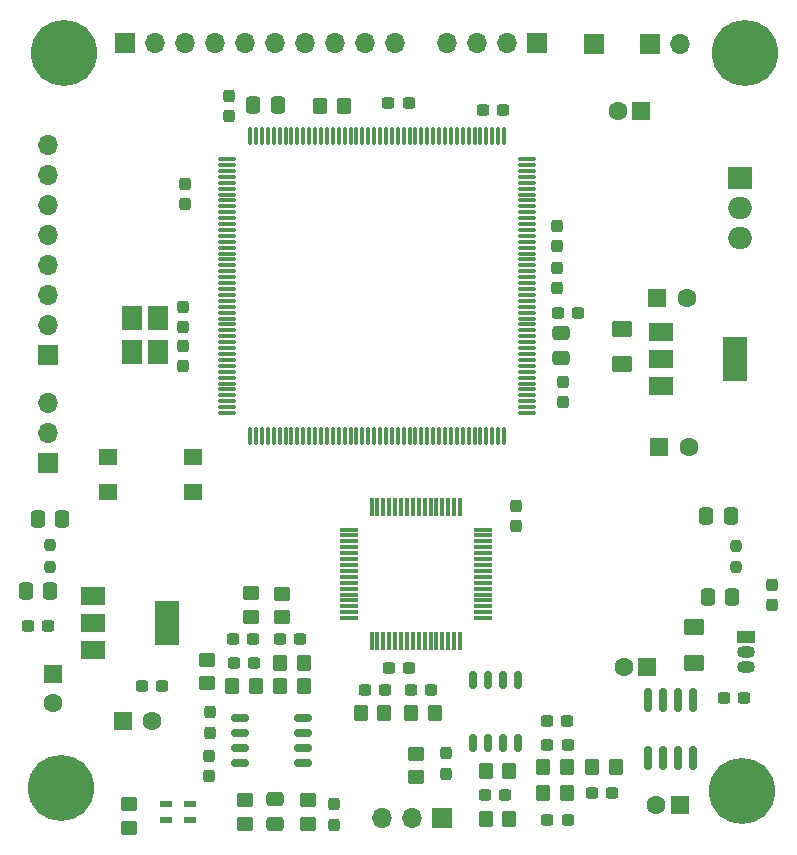
<source format=gbr>
%TF.GenerationSoftware,KiCad,Pcbnew,7.0.2*%
%TF.CreationDate,2023-11-01T23:53:07+01:00*%
%TF.ProjectId,stm_audio_board_V2,73746d5f-6175-4646-996f-5f626f617264,rev?*%
%TF.SameCoordinates,Original*%
%TF.FileFunction,Soldermask,Top*%
%TF.FilePolarity,Negative*%
%FSLAX46Y46*%
G04 Gerber Fmt 4.6, Leading zero omitted, Abs format (unit mm)*
G04 Created by KiCad (PCBNEW 7.0.2) date 2023-11-01 23:53:07*
%MOMM*%
%LPD*%
G01*
G04 APERTURE LIST*
G04 Aperture macros list*
%AMRoundRect*
0 Rectangle with rounded corners*
0 $1 Rounding radius*
0 $2 $3 $4 $5 $6 $7 $8 $9 X,Y pos of 4 corners*
0 Add a 4 corners polygon primitive as box body*
4,1,4,$2,$3,$4,$5,$6,$7,$8,$9,$2,$3,0*
0 Add four circle primitives for the rounded corners*
1,1,$1+$1,$2,$3*
1,1,$1+$1,$4,$5*
1,1,$1+$1,$6,$7*
1,1,$1+$1,$8,$9*
0 Add four rect primitives between the rounded corners*
20,1,$1+$1,$2,$3,$4,$5,0*
20,1,$1+$1,$4,$5,$6,$7,0*
20,1,$1+$1,$6,$7,$8,$9,0*
20,1,$1+$1,$8,$9,$2,$3,0*%
G04 Aperture macros list end*
%ADD10R,1.725000X2.100000*%
%ADD11RoundRect,0.237500X0.300000X0.237500X-0.300000X0.237500X-0.300000X-0.237500X0.300000X-0.237500X0*%
%ADD12RoundRect,0.250000X-0.350000X-0.450000X0.350000X-0.450000X0.350000X0.450000X-0.350000X0.450000X0*%
%ADD13RoundRect,0.237500X0.237500X-0.300000X0.237500X0.300000X-0.237500X0.300000X-0.237500X-0.300000X0*%
%ADD14RoundRect,0.237500X-0.237500X0.300000X-0.237500X-0.300000X0.237500X-0.300000X0.237500X0.300000X0*%
%ADD15C,5.600000*%
%ADD16R,2.000000X1.905000*%
%ADD17O,2.000000X1.905000*%
%ADD18RoundRect,0.250000X0.337500X0.475000X-0.337500X0.475000X-0.337500X-0.475000X0.337500X-0.475000X0*%
%ADD19R,1.500000X1.050000*%
%ADD20O,1.500000X1.050000*%
%ADD21RoundRect,0.150000X0.625000X0.150000X-0.625000X0.150000X-0.625000X-0.150000X0.625000X-0.150000X0*%
%ADD22RoundRect,0.150000X-0.150000X0.625000X-0.150000X-0.625000X0.150000X-0.625000X0.150000X0.625000X0*%
%ADD23RoundRect,0.250001X-0.624999X0.462499X-0.624999X-0.462499X0.624999X-0.462499X0.624999X0.462499X0*%
%ADD24RoundRect,0.237500X-0.300000X-0.237500X0.300000X-0.237500X0.300000X0.237500X-0.300000X0.237500X0*%
%ADD25R,1.700000X1.700000*%
%ADD26RoundRect,0.075000X-0.675000X-0.075000X0.675000X-0.075000X0.675000X0.075000X-0.675000X0.075000X0*%
%ADD27RoundRect,0.075000X-0.075000X-0.675000X0.075000X-0.675000X0.075000X0.675000X-0.075000X0.675000X0*%
%ADD28O,1.700000X1.700000*%
%ADD29RoundRect,0.250000X0.450000X-0.350000X0.450000X0.350000X-0.450000X0.350000X-0.450000X-0.350000X0*%
%ADD30RoundRect,0.250000X-0.450000X0.350000X-0.450000X-0.350000X0.450000X-0.350000X0.450000X0.350000X0*%
%ADD31RoundRect,0.237500X-0.237500X0.250000X-0.237500X-0.250000X0.237500X-0.250000X0.237500X0.250000X0*%
%ADD32RoundRect,0.250000X0.350000X0.450000X-0.350000X0.450000X-0.350000X-0.450000X0.350000X-0.450000X0*%
%ADD33R,1.000000X0.600000*%
%ADD34R,1.600000X1.400000*%
%ADD35RoundRect,0.150000X-0.150000X0.825000X-0.150000X-0.825000X0.150000X-0.825000X0.150000X0.825000X0*%
%ADD36RoundRect,0.075000X0.700000X0.075000X-0.700000X0.075000X-0.700000X-0.075000X0.700000X-0.075000X0*%
%ADD37RoundRect,0.075000X0.075000X0.700000X-0.075000X0.700000X-0.075000X-0.700000X0.075000X-0.700000X0*%
%ADD38RoundRect,0.250000X0.475000X-0.337500X0.475000X0.337500X-0.475000X0.337500X-0.475000X-0.337500X0*%
%ADD39R,2.000000X1.500000*%
%ADD40R,2.000000X3.800000*%
%ADD41RoundRect,0.250000X-0.475000X0.337500X-0.475000X-0.337500X0.475000X-0.337500X0.475000X0.337500X0*%
%ADD42R,1.600000X1.600000*%
%ADD43C,1.600000*%
G04 APERTURE END LIST*
D10*
%TO.C,Y2*%
X193405000Y-72284000D03*
X193405000Y-75184000D03*
X195580000Y-75184000D03*
X195580000Y-72284000D03*
%TD*%
D11*
%TO.C,C39*%
X203714346Y-101487000D03*
X201989346Y-101487000D03*
%TD*%
%TO.C,C8*%
X224819500Y-54687000D03*
X223094500Y-54687000D03*
%TD*%
D12*
%TO.C,R14*%
X205931000Y-103457000D03*
X207931000Y-103457000D03*
%TD*%
D13*
%TO.C,C18*%
X219953000Y-110885500D03*
X219953000Y-109160500D03*
%TD*%
D14*
%TO.C,C38*%
X199959568Y-105676500D03*
X199959568Y-107401500D03*
%TD*%
D15*
%TO.C,H2*%
X245003000Y-112333000D03*
%TD*%
D13*
%TO.C,C35*%
X197859000Y-62687500D03*
X197859000Y-60962500D03*
%TD*%
D14*
%TO.C,C43*%
X210495000Y-113462500D03*
X210495000Y-115187500D03*
%TD*%
D16*
%TO.C,U3*%
X244877000Y-60471000D03*
D17*
X244877000Y-63011000D03*
X244877000Y-65551000D03*
%TD*%
D11*
%TO.C,C20*%
X230247500Y-108421000D03*
X228522500Y-108421000D03*
%TD*%
D18*
%TO.C,C69*%
X244058500Y-89057000D03*
X241983500Y-89057000D03*
%TD*%
D11*
%TO.C,C23*%
X207593500Y-99455000D03*
X205868500Y-99455000D03*
%TD*%
D12*
%TO.C,R4*%
X232353000Y-110313000D03*
X234353000Y-110313000D03*
%TD*%
D19*
%TO.C,U6*%
X245325000Y-99275000D03*
D20*
X245325000Y-100545000D03*
X245325000Y-101815000D03*
%TD*%
D13*
%TO.C,C81*%
X225843000Y-89913500D03*
X225843000Y-88188500D03*
%TD*%
D21*
%TO.C,U2*%
X207822000Y-109986000D03*
X207822000Y-108716000D03*
X207822000Y-107446000D03*
X207822000Y-106176000D03*
X202472000Y-106176000D03*
X202472000Y-107446000D03*
X202472000Y-108716000D03*
X202472000Y-109986000D03*
%TD*%
D14*
%TO.C,C58*%
X229355000Y-68074500D03*
X229355000Y-69799500D03*
%TD*%
D22*
%TO.C,U4*%
X226018000Y-102934000D03*
X224748000Y-102934000D03*
X223478000Y-102934000D03*
X222208000Y-102934000D03*
X222208000Y-108284000D03*
X223478000Y-108284000D03*
X224748000Y-108284000D03*
X226018000Y-108284000D03*
%TD*%
D23*
%TO.C,D5*%
X234875000Y-73208500D03*
X234875000Y-76183500D03*
%TD*%
D11*
%TO.C,C27*%
X186259500Y-98365000D03*
X184534500Y-98365000D03*
%TD*%
D24*
%TO.C,C30*%
X194186500Y-103475000D03*
X195911500Y-103475000D03*
%TD*%
D11*
%TO.C,C22*%
X203648654Y-99455000D03*
X201923654Y-99455000D03*
%TD*%
D25*
%TO.C,J4*%
X232457000Y-49069000D03*
%TD*%
D13*
%TO.C,C48*%
X247555000Y-96629976D03*
X247555000Y-94904976D03*
%TD*%
D26*
%TO.C,U1*%
X201447000Y-58846000D03*
X201447000Y-59346000D03*
X201447000Y-59846000D03*
X201447000Y-60346000D03*
X201447000Y-60846000D03*
X201447000Y-61346000D03*
X201447000Y-61846000D03*
X201447000Y-62346000D03*
X201447000Y-62846000D03*
X201447000Y-63346000D03*
X201447000Y-63846000D03*
X201447000Y-64346000D03*
X201447000Y-64846000D03*
X201447000Y-65346000D03*
X201447000Y-65846000D03*
X201447000Y-66346000D03*
X201447000Y-66846000D03*
X201447000Y-67346000D03*
X201447000Y-67846000D03*
X201447000Y-68346000D03*
X201447000Y-68846000D03*
X201447000Y-69346000D03*
X201447000Y-69846000D03*
X201447000Y-70346000D03*
X201447000Y-70846000D03*
X201447000Y-71346000D03*
X201447000Y-71846000D03*
X201447000Y-72346000D03*
X201447000Y-72846000D03*
X201447000Y-73346000D03*
X201447000Y-73846000D03*
X201447000Y-74346000D03*
X201447000Y-74846000D03*
X201447000Y-75346000D03*
X201447000Y-75846000D03*
X201447000Y-76346000D03*
X201447000Y-76846000D03*
X201447000Y-77346000D03*
X201447000Y-77846000D03*
X201447000Y-78346000D03*
X201447000Y-78846000D03*
X201447000Y-79346000D03*
X201447000Y-79846000D03*
X201447000Y-80346000D03*
D27*
X203372000Y-82271000D03*
X203872000Y-82271000D03*
X204372000Y-82271000D03*
X204872000Y-82271000D03*
X205372000Y-82271000D03*
X205872000Y-82271000D03*
X206372000Y-82271000D03*
X206872000Y-82271000D03*
X207372000Y-82271000D03*
X207872000Y-82271000D03*
X208372000Y-82271000D03*
X208872000Y-82271000D03*
X209372000Y-82271000D03*
X209872000Y-82271000D03*
X210372000Y-82271000D03*
X210872000Y-82271000D03*
X211372000Y-82271000D03*
X211872000Y-82271000D03*
X212372000Y-82271000D03*
X212872000Y-82271000D03*
X213372000Y-82271000D03*
X213872000Y-82271000D03*
X214372000Y-82271000D03*
X214872000Y-82271000D03*
X215372000Y-82271000D03*
X215872000Y-82271000D03*
X216372000Y-82271000D03*
X216872000Y-82271000D03*
X217372000Y-82271000D03*
X217872000Y-82271000D03*
X218372000Y-82271000D03*
X218872000Y-82271000D03*
X219372000Y-82271000D03*
X219872000Y-82271000D03*
X220372000Y-82271000D03*
X220872000Y-82271000D03*
X221372000Y-82271000D03*
X221872000Y-82271000D03*
X222372000Y-82271000D03*
X222872000Y-82271000D03*
X223372000Y-82271000D03*
X223872000Y-82271000D03*
X224372000Y-82271000D03*
X224872000Y-82271000D03*
D26*
X226797000Y-80346000D03*
X226797000Y-79846000D03*
X226797000Y-79346000D03*
X226797000Y-78846000D03*
X226797000Y-78346000D03*
X226797000Y-77846000D03*
X226797000Y-77346000D03*
X226797000Y-76846000D03*
X226797000Y-76346000D03*
X226797000Y-75846000D03*
X226797000Y-75346000D03*
X226797000Y-74846000D03*
X226797000Y-74346000D03*
X226797000Y-73846000D03*
X226797000Y-73346000D03*
X226797000Y-72846000D03*
X226797000Y-72346000D03*
X226797000Y-71846000D03*
X226797000Y-71346000D03*
X226797000Y-70846000D03*
X226797000Y-70346000D03*
X226797000Y-69846000D03*
X226797000Y-69346000D03*
X226797000Y-68846000D03*
X226797000Y-68346000D03*
X226797000Y-67846000D03*
X226797000Y-67346000D03*
X226797000Y-66846000D03*
X226797000Y-66346000D03*
X226797000Y-65846000D03*
X226797000Y-65346000D03*
X226797000Y-64846000D03*
X226797000Y-64346000D03*
X226797000Y-63846000D03*
X226797000Y-63346000D03*
X226797000Y-62846000D03*
X226797000Y-62346000D03*
X226797000Y-61846000D03*
X226797000Y-61346000D03*
X226797000Y-60846000D03*
X226797000Y-60346000D03*
X226797000Y-59846000D03*
X226797000Y-59346000D03*
X226797000Y-58846000D03*
D27*
X224872000Y-56921000D03*
X224372000Y-56921000D03*
X223872000Y-56921000D03*
X223372000Y-56921000D03*
X222872000Y-56921000D03*
X222372000Y-56921000D03*
X221872000Y-56921000D03*
X221372000Y-56921000D03*
X220872000Y-56921000D03*
X220372000Y-56921000D03*
X219872000Y-56921000D03*
X219372000Y-56921000D03*
X218872000Y-56921000D03*
X218372000Y-56921000D03*
X217872000Y-56921000D03*
X217372000Y-56921000D03*
X216872000Y-56921000D03*
X216372000Y-56921000D03*
X215872000Y-56921000D03*
X215372000Y-56921000D03*
X214872000Y-56921000D03*
X214372000Y-56921000D03*
X213872000Y-56921000D03*
X213372000Y-56921000D03*
X212872000Y-56921000D03*
X212372000Y-56921000D03*
X211872000Y-56921000D03*
X211372000Y-56921000D03*
X210872000Y-56921000D03*
X210372000Y-56921000D03*
X209872000Y-56921000D03*
X209372000Y-56921000D03*
X208872000Y-56921000D03*
X208372000Y-56921000D03*
X207872000Y-56921000D03*
X207372000Y-56921000D03*
X206872000Y-56921000D03*
X206372000Y-56921000D03*
X205872000Y-56921000D03*
X205372000Y-56921000D03*
X204872000Y-56921000D03*
X204372000Y-56921000D03*
X203872000Y-56921000D03*
X203372000Y-56921000D03*
%TD*%
D25*
%TO.C,J5*%
X192739000Y-48975000D03*
D28*
X195279000Y-48975000D03*
X197819000Y-48975000D03*
X200359000Y-48975000D03*
X202899000Y-48975000D03*
X205439000Y-48975000D03*
X207979000Y-48975000D03*
X210519000Y-48975000D03*
X213059000Y-48975000D03*
X215599000Y-48975000D03*
%TD*%
D13*
%TO.C,C31*%
X197677000Y-73093500D03*
X197677000Y-71368500D03*
%TD*%
D23*
%TO.C,D3*%
X240937000Y-98493500D03*
X240937000Y-101468500D03*
%TD*%
D14*
%TO.C,C37*%
X197677000Y-74677834D03*
X197677000Y-76402834D03*
%TD*%
D13*
%TO.C,C78*%
X229863000Y-79451500D03*
X229863000Y-77726500D03*
%TD*%
%TO.C,C89*%
X199913000Y-111091500D03*
X199913000Y-109366500D03*
%TD*%
D12*
%TO.C,R1*%
X209328000Y-54356000D03*
X211328000Y-54356000D03*
%TD*%
D29*
%TO.C,R17*%
X202911284Y-115125000D03*
X202911284Y-113125000D03*
%TD*%
D15*
%TO.C,H4*%
X187599000Y-49887000D03*
%TD*%
D12*
%TO.C,R8*%
X217007000Y-105741000D03*
X219007000Y-105741000D03*
%TD*%
D30*
%TO.C,R27*%
X206031000Y-95641580D03*
X206031000Y-97641580D03*
%TD*%
D12*
%TO.C,R32*%
X205931000Y-101521000D03*
X207931000Y-101521000D03*
%TD*%
%TO.C,R5*%
X228185000Y-110351000D03*
X230185000Y-110351000D03*
%TD*%
D24*
%TO.C,C60*%
X229412500Y-71845000D03*
X231137500Y-71845000D03*
%TD*%
D29*
%TO.C,R18*%
X208254142Y-115125000D03*
X208254142Y-113125000D03*
%TD*%
D11*
%TO.C,C19*%
X230247500Y-114819000D03*
X228522500Y-114819000D03*
%TD*%
D31*
%TO.C,FB4*%
X186442000Y-91550500D03*
X186442000Y-93375500D03*
%TD*%
D11*
%TO.C,C73*%
X234015500Y-112533000D03*
X232290500Y-112533000D03*
%TD*%
D15*
%TO.C,H3*%
X245278000Y-49887000D03*
%TD*%
D32*
%TO.C,R7*%
X225315000Y-110663000D03*
X223315000Y-110663000D03*
%TD*%
D33*
%TO.C,D7*%
X196258000Y-113487000D03*
X196258000Y-114787000D03*
X198258000Y-114787000D03*
X198258000Y-113487000D03*
%TD*%
D29*
%TO.C,R31*%
X199739568Y-103213846D03*
X199739568Y-101213846D03*
%TD*%
D11*
%TO.C,C24*%
X218697500Y-103759000D03*
X216972500Y-103759000D03*
%TD*%
D30*
%TO.C,R11*%
X217391000Y-109175000D03*
X217391000Y-111175000D03*
%TD*%
D14*
%TO.C,C3*%
X229355000Y-64518500D03*
X229355000Y-66243500D03*
%TD*%
D24*
%TO.C,C21*%
X223252500Y-112709000D03*
X224977500Y-112709000D03*
%TD*%
D34*
%TO.C,SW1*%
X191369000Y-84063000D03*
X198569000Y-84063000D03*
X191369000Y-87063000D03*
X198569000Y-87063000D03*
%TD*%
D15*
%TO.C,H1*%
X187324000Y-112058000D03*
%TD*%
D18*
%TO.C,C104*%
X187479500Y-89325000D03*
X185404500Y-89325000D03*
%TD*%
D13*
%TO.C,C12*%
X201605000Y-55223500D03*
X201605000Y-53498500D03*
%TD*%
D25*
%TO.C,J6*%
X186229000Y-84563000D03*
D28*
X186229000Y-82023000D03*
X186229000Y-79483000D03*
%TD*%
D35*
%TO.C,7660S1*%
X240834000Y-104616000D03*
X239564000Y-104616000D03*
X238294000Y-104616000D03*
X237024000Y-104616000D03*
X237024000Y-109566000D03*
X238294000Y-109566000D03*
X239564000Y-109566000D03*
X240834000Y-109566000D03*
%TD*%
D18*
%TO.C,C1*%
X205715500Y-54250000D03*
X203640500Y-54250000D03*
%TD*%
D25*
%TO.C,J7*%
X186229000Y-75455000D03*
D28*
X186229000Y-72915000D03*
X186229000Y-70375000D03*
X186229000Y-67835000D03*
X186229000Y-65295000D03*
X186229000Y-62755000D03*
X186229000Y-60215000D03*
X186229000Y-57675000D03*
%TD*%
D36*
%TO.C,U11*%
X223073000Y-97710000D03*
X223073000Y-97210000D03*
X223073000Y-96710000D03*
X223073000Y-96210000D03*
X223073000Y-95710000D03*
X223073000Y-95210000D03*
X223073000Y-94710000D03*
X223073000Y-94210000D03*
X223073000Y-93710000D03*
X223073000Y-93210000D03*
X223073000Y-92710000D03*
X223073000Y-92210000D03*
X223073000Y-91710000D03*
X223073000Y-91210000D03*
X223073000Y-90710000D03*
X223073000Y-90210000D03*
D37*
X221148000Y-88285000D03*
X220648000Y-88285000D03*
X220148000Y-88285000D03*
X219648000Y-88285000D03*
X219148000Y-88285000D03*
X218648000Y-88285000D03*
X218148000Y-88285000D03*
X217648000Y-88285000D03*
X217148000Y-88285000D03*
X216648000Y-88285000D03*
X216148000Y-88285000D03*
X215648000Y-88285000D03*
X215148000Y-88285000D03*
X214648000Y-88285000D03*
X214148000Y-88285000D03*
X213648000Y-88285000D03*
D36*
X211723000Y-90210000D03*
X211723000Y-90710000D03*
X211723000Y-91210000D03*
X211723000Y-91710000D03*
X211723000Y-92210000D03*
X211723000Y-92710000D03*
X211723000Y-93210000D03*
X211723000Y-93710000D03*
X211723000Y-94210000D03*
X211723000Y-94710000D03*
X211723000Y-95210000D03*
X211723000Y-95710000D03*
X211723000Y-96210000D03*
X211723000Y-96710000D03*
X211723000Y-97210000D03*
X211723000Y-97710000D03*
D37*
X213648000Y-99635000D03*
X214148000Y-99635000D03*
X214648000Y-99635000D03*
X215148000Y-99635000D03*
X215648000Y-99635000D03*
X216148000Y-99635000D03*
X216648000Y-99635000D03*
X217148000Y-99635000D03*
X217648000Y-99635000D03*
X218148000Y-99635000D03*
X218648000Y-99635000D03*
X219148000Y-99635000D03*
X219648000Y-99635000D03*
X220148000Y-99635000D03*
X220648000Y-99635000D03*
X221148000Y-99635000D03*
%TD*%
D30*
%TO.C,R28*%
X193109000Y-113441000D03*
X193109000Y-115441000D03*
%TD*%
D38*
%TO.C,C42*%
X205472426Y-115132500D03*
X205472426Y-113057500D03*
%TD*%
D30*
%TO.C,R30*%
X203486154Y-95599000D03*
X203486154Y-97599000D03*
%TD*%
D18*
%TO.C,C105*%
X186463500Y-95451000D03*
X184388500Y-95451000D03*
%TD*%
D24*
%TO.C,C51*%
X215092500Y-101951000D03*
X216817500Y-101951000D03*
%TD*%
D32*
%TO.C,R9*%
X214723000Y-105741000D03*
X212723000Y-105741000D03*
%TD*%
D11*
%TO.C,C50*%
X214785500Y-103759000D03*
X213060500Y-103759000D03*
%TD*%
%TO.C,C75*%
X245207500Y-104463000D03*
X243482500Y-104463000D03*
%TD*%
D18*
%TO.C,C103*%
X244172500Y-95885000D03*
X242097500Y-95885000D03*
%TD*%
D32*
%TO.C,R6*%
X230185000Y-112539000D03*
X228185000Y-112539000D03*
%TD*%
D31*
%TO.C,FB3*%
X244545000Y-91580500D03*
X244545000Y-93405500D03*
%TD*%
D39*
%TO.C,U9*%
X238144000Y-73498000D03*
X238144000Y-75798000D03*
D40*
X244444000Y-75798000D03*
D39*
X238144000Y-78098000D03*
%TD*%
D24*
%TO.C,C5*%
X215072476Y-54061000D03*
X216797476Y-54061000D03*
%TD*%
D39*
%TO.C,U5*%
X190075000Y-95813000D03*
X190075000Y-98113000D03*
D40*
X196375000Y-98113000D03*
D39*
X190075000Y-100413000D03*
%TD*%
D32*
%TO.C,R13*%
X203842136Y-103457000D03*
X201842136Y-103457000D03*
%TD*%
D25*
%TO.C,J1*%
X237187000Y-49127000D03*
D28*
X239727000Y-49127000D03*
%TD*%
D41*
%TO.C,C2*%
X229684000Y-73592500D03*
X229684000Y-75667500D03*
%TD*%
D25*
%TO.C,J2*%
X227633000Y-48975000D03*
D28*
X225093000Y-48975000D03*
X222553000Y-48975000D03*
X220013000Y-48975000D03*
%TD*%
D25*
%TO.C,J3*%
X219613000Y-114601000D03*
D28*
X217073000Y-114601000D03*
X214533000Y-114601000D03*
%TD*%
D12*
%TO.C,R26*%
X223315000Y-114713000D03*
X225315000Y-114713000D03*
%TD*%
D24*
%TO.C,C90*%
X228514500Y-106389000D03*
X230239500Y-106389000D03*
%TD*%
D42*
%TO.C,C13*%
X236498241Y-54733000D03*
D43*
X234498241Y-54733000D03*
%TD*%
D42*
%TO.C,C29*%
X192583000Y-106401759D03*
D43*
X195083000Y-106401759D03*
%TD*%
D42*
%TO.C,C28*%
X186714241Y-102437000D03*
D43*
X186714241Y-104937000D03*
%TD*%
D42*
%TO.C,C70*%
X237843000Y-70587759D03*
D43*
X240343000Y-70587759D03*
%TD*%
D42*
%TO.C,C76*%
X237006241Y-101881000D03*
D43*
X235006241Y-101881000D03*
%TD*%
D42*
%TO.C,C77*%
X239773000Y-113562241D03*
D43*
X237773000Y-113562241D03*
%TD*%
D42*
%TO.C,C71*%
X238022241Y-83181000D03*
D43*
X240522241Y-83181000D03*
%TD*%
M02*

</source>
